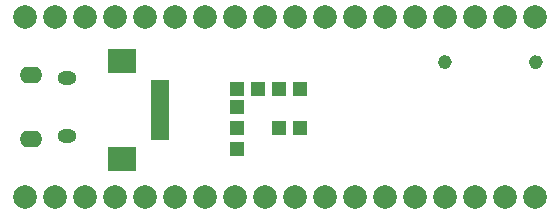
<source format=gbs>
G04 Layer_Color=16711935*
%FSLAX24Y24*%
%MOIN*%
G70*
G01*
G75*
%ADD40C,0.0240*%
%ADD84C,0.0159*%
%ADD88C,0.0789*%
%ADD89O,0.0749X0.0552*%
%ADD90O,0.0631X0.0474*%
%ADD91R,0.0474X0.0474*%
%ADD92R,0.0946X0.0789*%
%ADD93R,0.0592X0.0198*%
D40*
X17630Y1511D02*
G03*
X17630Y1511I-110J0D01*
G01*
Y1489D02*
G03*
X17630Y1489I-110J0D01*
G01*
X14600D02*
G03*
X14600Y1489I-110J0D01*
G01*
Y1511D02*
G03*
X14600Y1511I-110J0D01*
G01*
D84*
X17520Y1633D02*
D03*
Y1367D02*
D03*
X14490D02*
D03*
Y1633D02*
D03*
D88*
X500Y-3000D02*
D03*
X1500D02*
D03*
X2500D02*
D03*
X3500D02*
D03*
X4500D02*
D03*
X5500D02*
D03*
X6500D02*
D03*
X7500D02*
D03*
X8500D02*
D03*
X9500D02*
D03*
X10500D02*
D03*
X11500D02*
D03*
X12500D02*
D03*
X13500D02*
D03*
X14500D02*
D03*
X15500D02*
D03*
X16500D02*
D03*
X17500D02*
D03*
Y3000D02*
D03*
X16500D02*
D03*
X15500D02*
D03*
X14500D02*
D03*
X13500D02*
D03*
X12500D02*
D03*
X11500D02*
D03*
X10500D02*
D03*
X9500D02*
D03*
X8500D02*
D03*
X7500D02*
D03*
X6500D02*
D03*
X5500D02*
D03*
X4500D02*
D03*
X3500D02*
D03*
X2500D02*
D03*
X1500D02*
D03*
X500D02*
D03*
D89*
X703Y1073D02*
D03*
Y-1073D02*
D03*
D90*
X1896Y955D02*
D03*
Y-955D02*
D03*
D91*
X7550Y600D02*
D03*
X9650Y-700D02*
D03*
Y591D02*
D03*
X8950Y-700D02*
D03*
X7550D02*
D03*
Y0D02*
D03*
X8950Y591D02*
D03*
X8250Y600D02*
D03*
X7550Y-1400D02*
D03*
D92*
X3720Y-1732D02*
D03*
Y1535D02*
D03*
D93*
X5000Y787D02*
D03*
Y591D02*
D03*
Y394D02*
D03*
Y197D02*
D03*
Y0D02*
D03*
Y-197D02*
D03*
Y-394D02*
D03*
Y-591D02*
D03*
Y-787D02*
D03*
Y-984D02*
D03*
M02*

</source>
